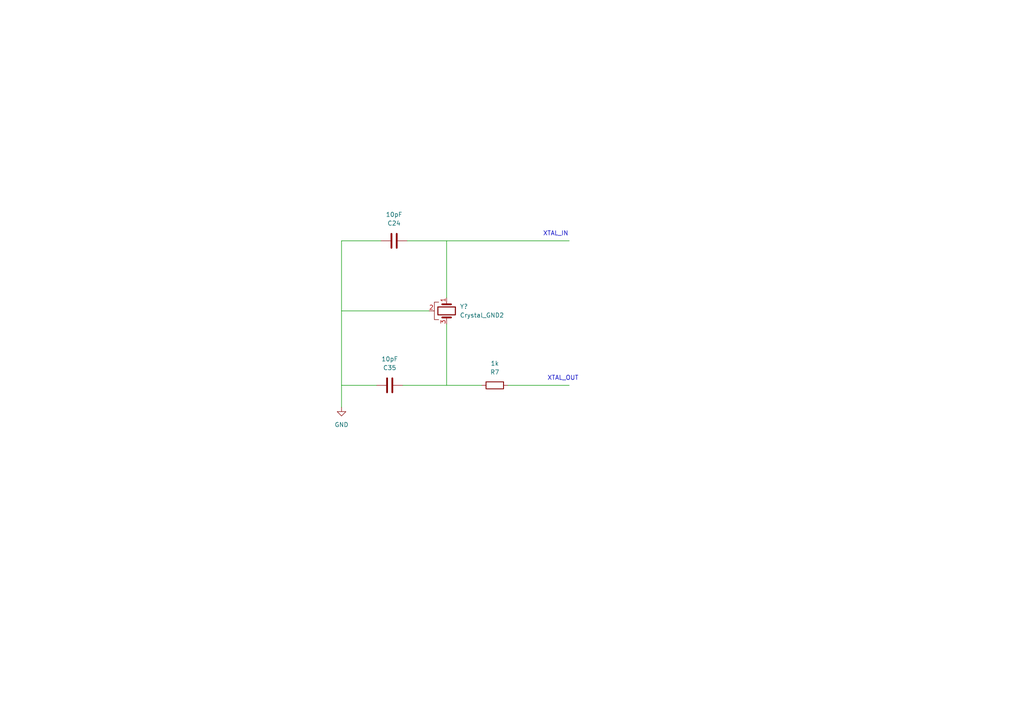
<source format=kicad_sch>
(kicad_sch (version 20211123) (generator eeschema)
  (paper "A4")
  (lib_symbols
    (symbol "Device:C" (pin_numbers hide) (pin_names (offset 0.254))
      (property "Reference" "C" (at 0.635 2.54 0))
      (property "Value" "C" (at 0.635 -2.54 0))
      (symbol "C_0_1"
        (polyline (pts (xy -2.032 -0.762) (xy 2.032 -0.762)) (stroke (width 0.508)))
        (polyline (pts (xy -2.032 0.762) (xy 2.032 0.762)) (stroke (width 0.508)))
      )
      (symbol "C_1_1"
        (pin passive line (at 0 3.81 270) (length 2.794) (name "~") (number "1"))
        (pin passive line (at 0 -3.81 90) (length 2.794) (name "~") (number "2"))
      )
    )
    (symbol "Device:Crystal_GND2" (pin_names (offset 1.016) hide)
      (property "Reference" "Y" (at 0 5.715 0))
      (property "Value" "Crystal_GND2" (at 0 3.81 0))
      (symbol "Crystal_GND2_0_1"
        (rectangle (start -1.143 2.54) (end 1.143 -2.54) (stroke (width 0.3048)))
        (polyline (pts (xy -2.54 0) (xy -1.905 0)))
        (polyline (pts (xy -1.905 -1.27) (xy -1.905 1.27)) (stroke (width 0.508)))
        (polyline (pts (xy 0 -3.81) (xy 0 -3.556)))
        (polyline (pts (xy 1.905 0) (xy 2.54 0)))
        (polyline (pts (xy 1.905 1.27) (xy 1.905 -1.27)) (stroke (width 0.508)))
        (polyline (pts (xy -2.54 -2.286) (xy -2.54 -3.556) (xy 2.54 -3.556) (xy 2.54 -2.286)))
      )
      (symbol "Crystal_GND2_1_1"
        (pin passive line (at -3.81 0 0) (length 1.27) (name "1") (number "1"))
        (pin passive line (at 0 -5.08 90) (length 1.27) (name "2") (number "2"))
        (pin passive line (at 3.81 0 180) (length 1.27) (name "3") (number "3"))
      )
    )
    (symbol "Device:R" (pin_numbers hide) (pin_names (offset 0))
      (property "Reference" "R" (at 2.032 0 90))
      (property "Value" "R" (at 0 0 90))
      (symbol "R_0_1"
        (rectangle (start -1.016 -2.54) (end 1.016 2.54) (stroke (width 0.254)))
      )
      (symbol "R_1_1"
        (pin passive line (at 0 3.81 270) (length 1.27) (name "~") (number "1"))
        (pin passive line (at 0 -3.81 90) (length 1.27) (name "~") (number "2"))
      )
    )
    (symbol "power:GND" (power) (pin_names (offset 0))
      (property "Value" "GND" (at 0 -3.81 0))
      (symbol "GND_0_1"
        (polyline (pts (xy 0 0) (xy 0 -1.27) (xy 1.27 -1.27) (xy 0 -2.54) (xy -1.27 -1.27) (xy 0 -1.27)))
      )
      (symbol "GND_1_1"
        (pin power_in line (at 0 0 270) (length 0) hide (name "GND") (number "1"))
      )
    )
  )
  (wire (pts (xy 99.06 111.76) (xy 109.22 111.76)))
  (wire (pts (xy 116.84 111.76) (xy 139.7 111.76)))
  (wire (pts (xy 147.32 111.76) (xy 165.1 111.76)))
  (wire (pts (xy 110.49 69.85) (xy 99.06 69.85)))
  (wire (pts (xy 129.54 86.36) (xy 129.54 69.85)))
  (wire (pts (xy 118.11 69.85) (xy 165.1 69.85)))
  (wire (pts (xy 99.06 90.17) (xy 124.46 90.17)))
  (wire (pts (xy 129.54 93.98) (xy 129.54 111.76)))
  (wire (pts (xy 99.06 69.85) (xy 99.06 118.11)))
  (text "XTAL_OUT" (at 158.75 110.49 0) (effects (font (size 1.27 1.27)) (justify left bottom)))
  (text "XTAL_IN" (at 157.48 68.58 0) (effects (font (size 1.27 1.27)) (justify left bottom)))
  (symbol (lib_id "power:GND") (at 99.06 118.11 0) (unit 1)
    (property "Reference" "#PWR?" (effects hide))
    (property "Value" "GND" (at 99.06 123.19 0))
  )
  (symbol (lib_id "Device:C") (at 113.03 111.76 90) (unit 1)
    (property "Reference" "10pF" (at 113.03 104.14 90))
    (property "Value" "C35" (at 113.03 106.68 90))
  )
  (symbol (lib_id "Device:R") (at 143.51 111.76 90) (unit 1)
    (property "Reference" "1k" (at 143.51 105.41 90))
    (property "Value" "R7" (at 143.51 107.95 90))
  )
  (symbol (lib_id "Device:Crystal_GND2") (at 129.54 90.17 270) (unit 1)
    (property "Reference" "Y?" (at 133.35 88.8999 90) (effects (justify left)))
    (property "Value" "Crystal_GND2" (at 133.35 91.4399 90) (effects (justify left)))
  )
  (symbol (lib_id "Device:C") (at 114.3 69.85 90) (unit 1)
    (property "Reference" "10pF" (at 114.3 62.23 90))
    (property "Value" "C24" (at 114.3 64.77 90))
  )
)
</source>
